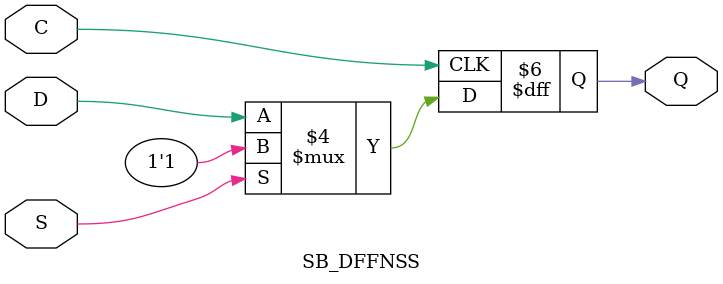
<source format=v>
module SB_DFFNSS (output Q, input C, S, D);
	reg Q = 0;
	always @(negedge C)
		if (S)
			Q <= 1;
		else
			Q <= D;
endmodule

</source>
